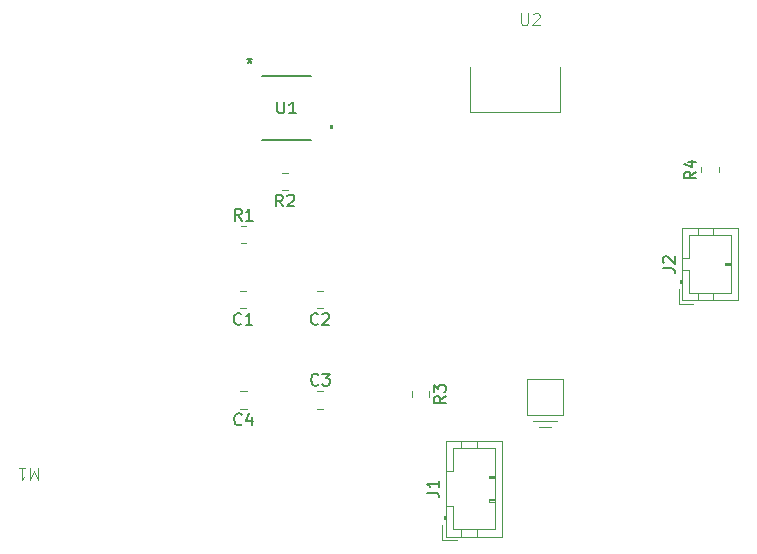
<source format=gbr>
%TF.GenerationSoftware,KiCad,Pcbnew,9.0.6*%
%TF.CreationDate,2026-02-28T12:54:14-08:00*%
%TF.ProjectId,display,64697370-6c61-4792-9e6b-696361645f70,rev?*%
%TF.SameCoordinates,Original*%
%TF.FileFunction,Legend,Top*%
%TF.FilePolarity,Positive*%
%FSLAX46Y46*%
G04 Gerber Fmt 4.6, Leading zero omitted, Abs format (unit mm)*
G04 Created by KiCad (PCBNEW 9.0.6) date 2026-02-28 12:54:14*
%MOMM*%
%LPD*%
G01*
G04 APERTURE LIST*
%ADD10C,0.100000*%
%ADD11C,0.150000*%
%ADD12C,0.000000*%
%ADD13C,0.152400*%
%ADD14C,0.120000*%
G04 APERTURE END LIST*
D10*
X144008095Y-75757419D02*
X144008095Y-76566942D01*
X144008095Y-76566942D02*
X144055714Y-76662180D01*
X144055714Y-76662180D02*
X144103333Y-76709800D01*
X144103333Y-76709800D02*
X144198571Y-76757419D01*
X144198571Y-76757419D02*
X144389047Y-76757419D01*
X144389047Y-76757419D02*
X144484285Y-76709800D01*
X144484285Y-76709800D02*
X144531904Y-76662180D01*
X144531904Y-76662180D02*
X144579523Y-76566942D01*
X144579523Y-76566942D02*
X144579523Y-75757419D01*
X145008095Y-75852657D02*
X145055714Y-75805038D01*
X145055714Y-75805038D02*
X145150952Y-75757419D01*
X145150952Y-75757419D02*
X145389047Y-75757419D01*
X145389047Y-75757419D02*
X145484285Y-75805038D01*
X145484285Y-75805038D02*
X145531904Y-75852657D01*
X145531904Y-75852657D02*
X145579523Y-75947895D01*
X145579523Y-75947895D02*
X145579523Y-76043133D01*
X145579523Y-76043133D02*
X145531904Y-76185990D01*
X145531904Y-76185990D02*
X144960476Y-76757419D01*
X144960476Y-76757419D02*
X145579523Y-76757419D01*
D11*
X123367895Y-83229818D02*
X123367895Y-84039341D01*
X123367895Y-84039341D02*
X123415514Y-84134579D01*
X123415514Y-84134579D02*
X123463133Y-84182199D01*
X123463133Y-84182199D02*
X123558371Y-84229818D01*
X123558371Y-84229818D02*
X123748847Y-84229818D01*
X123748847Y-84229818D02*
X123844085Y-84182199D01*
X123844085Y-84182199D02*
X123891704Y-84134579D01*
X123891704Y-84134579D02*
X123939323Y-84039341D01*
X123939323Y-84039341D02*
X123939323Y-83229818D01*
X124939323Y-84229818D02*
X124367895Y-84229818D01*
X124653609Y-84229818D02*
X124653609Y-83229818D01*
X124653609Y-83229818D02*
X124558371Y-83372675D01*
X124558371Y-83372675D02*
X124463133Y-83467913D01*
X124463133Y-83467913D02*
X124367895Y-83515532D01*
X121005600Y-79507017D02*
X121005600Y-79745112D01*
X120767505Y-79649874D02*
X121005600Y-79745112D01*
X121005600Y-79745112D02*
X121243695Y-79649874D01*
X120862743Y-79935588D02*
X121005600Y-79745112D01*
X121005600Y-79745112D02*
X121148457Y-79935588D01*
X121005600Y-79507017D02*
X121005600Y-79745112D01*
X120767505Y-79649874D02*
X121005600Y-79745112D01*
X121005600Y-79745112D02*
X121243695Y-79649874D01*
X120862743Y-79935588D02*
X121005600Y-79745112D01*
X121005600Y-79745112D02*
X121148457Y-79935588D01*
X158804819Y-89166666D02*
X158328628Y-89499999D01*
X158804819Y-89738094D02*
X157804819Y-89738094D01*
X157804819Y-89738094D02*
X157804819Y-89357142D01*
X157804819Y-89357142D02*
X157852438Y-89261904D01*
X157852438Y-89261904D02*
X157900057Y-89214285D01*
X157900057Y-89214285D02*
X157995295Y-89166666D01*
X157995295Y-89166666D02*
X158138152Y-89166666D01*
X158138152Y-89166666D02*
X158233390Y-89214285D01*
X158233390Y-89214285D02*
X158281009Y-89261904D01*
X158281009Y-89261904D02*
X158328628Y-89357142D01*
X158328628Y-89357142D02*
X158328628Y-89738094D01*
X158138152Y-88309523D02*
X158804819Y-88309523D01*
X157757200Y-88547618D02*
X158471485Y-88785713D01*
X158471485Y-88785713D02*
X158471485Y-88166666D01*
X137604819Y-108166666D02*
X137128628Y-108499999D01*
X137604819Y-108738094D02*
X136604819Y-108738094D01*
X136604819Y-108738094D02*
X136604819Y-108357142D01*
X136604819Y-108357142D02*
X136652438Y-108261904D01*
X136652438Y-108261904D02*
X136700057Y-108214285D01*
X136700057Y-108214285D02*
X136795295Y-108166666D01*
X136795295Y-108166666D02*
X136938152Y-108166666D01*
X136938152Y-108166666D02*
X137033390Y-108214285D01*
X137033390Y-108214285D02*
X137081009Y-108261904D01*
X137081009Y-108261904D02*
X137128628Y-108357142D01*
X137128628Y-108357142D02*
X137128628Y-108738094D01*
X136604819Y-107833332D02*
X136604819Y-107214285D01*
X136604819Y-107214285D02*
X136985771Y-107547618D01*
X136985771Y-107547618D02*
X136985771Y-107404761D01*
X136985771Y-107404761D02*
X137033390Y-107309523D01*
X137033390Y-107309523D02*
X137081009Y-107261904D01*
X137081009Y-107261904D02*
X137176247Y-107214285D01*
X137176247Y-107214285D02*
X137414342Y-107214285D01*
X137414342Y-107214285D02*
X137509580Y-107261904D01*
X137509580Y-107261904D02*
X137557200Y-107309523D01*
X137557200Y-107309523D02*
X137604819Y-107404761D01*
X137604819Y-107404761D02*
X137604819Y-107690475D01*
X137604819Y-107690475D02*
X137557200Y-107785713D01*
X137557200Y-107785713D02*
X137509580Y-107833332D01*
X123833333Y-92104819D02*
X123500000Y-91628628D01*
X123261905Y-92104819D02*
X123261905Y-91104819D01*
X123261905Y-91104819D02*
X123642857Y-91104819D01*
X123642857Y-91104819D02*
X123738095Y-91152438D01*
X123738095Y-91152438D02*
X123785714Y-91200057D01*
X123785714Y-91200057D02*
X123833333Y-91295295D01*
X123833333Y-91295295D02*
X123833333Y-91438152D01*
X123833333Y-91438152D02*
X123785714Y-91533390D01*
X123785714Y-91533390D02*
X123738095Y-91581009D01*
X123738095Y-91581009D02*
X123642857Y-91628628D01*
X123642857Y-91628628D02*
X123261905Y-91628628D01*
X124214286Y-91200057D02*
X124261905Y-91152438D01*
X124261905Y-91152438D02*
X124357143Y-91104819D01*
X124357143Y-91104819D02*
X124595238Y-91104819D01*
X124595238Y-91104819D02*
X124690476Y-91152438D01*
X124690476Y-91152438D02*
X124738095Y-91200057D01*
X124738095Y-91200057D02*
X124785714Y-91295295D01*
X124785714Y-91295295D02*
X124785714Y-91390533D01*
X124785714Y-91390533D02*
X124738095Y-91533390D01*
X124738095Y-91533390D02*
X124166667Y-92104819D01*
X124166667Y-92104819D02*
X124785714Y-92104819D01*
X120333333Y-93304819D02*
X120000000Y-92828628D01*
X119761905Y-93304819D02*
X119761905Y-92304819D01*
X119761905Y-92304819D02*
X120142857Y-92304819D01*
X120142857Y-92304819D02*
X120238095Y-92352438D01*
X120238095Y-92352438D02*
X120285714Y-92400057D01*
X120285714Y-92400057D02*
X120333333Y-92495295D01*
X120333333Y-92495295D02*
X120333333Y-92638152D01*
X120333333Y-92638152D02*
X120285714Y-92733390D01*
X120285714Y-92733390D02*
X120238095Y-92781009D01*
X120238095Y-92781009D02*
X120142857Y-92828628D01*
X120142857Y-92828628D02*
X119761905Y-92828628D01*
X121285714Y-93304819D02*
X120714286Y-93304819D01*
X121000000Y-93304819D02*
X121000000Y-92304819D01*
X121000000Y-92304819D02*
X120904762Y-92447676D01*
X120904762Y-92447676D02*
X120809524Y-92542914D01*
X120809524Y-92542914D02*
X120714286Y-92590533D01*
D10*
X103119523Y-114252580D02*
X103119523Y-115252580D01*
X103119523Y-115252580D02*
X102786190Y-114538295D01*
X102786190Y-114538295D02*
X102452857Y-115252580D01*
X102452857Y-115252580D02*
X102452857Y-114252580D01*
X101452857Y-114252580D02*
X102024285Y-114252580D01*
X101738571Y-114252580D02*
X101738571Y-115252580D01*
X101738571Y-115252580D02*
X101833809Y-115109723D01*
X101833809Y-115109723D02*
X101929047Y-115014485D01*
X101929047Y-115014485D02*
X102024285Y-114966866D01*
D11*
X156004819Y-97333333D02*
X156719104Y-97333333D01*
X156719104Y-97333333D02*
X156861961Y-97380952D01*
X156861961Y-97380952D02*
X156957200Y-97476190D01*
X156957200Y-97476190D02*
X157004819Y-97619047D01*
X157004819Y-97619047D02*
X157004819Y-97714285D01*
X156100057Y-96904761D02*
X156052438Y-96857142D01*
X156052438Y-96857142D02*
X156004819Y-96761904D01*
X156004819Y-96761904D02*
X156004819Y-96523809D01*
X156004819Y-96523809D02*
X156052438Y-96428571D01*
X156052438Y-96428571D02*
X156100057Y-96380952D01*
X156100057Y-96380952D02*
X156195295Y-96333333D01*
X156195295Y-96333333D02*
X156290533Y-96333333D01*
X156290533Y-96333333D02*
X156433390Y-96380952D01*
X156433390Y-96380952D02*
X157004819Y-96952380D01*
X157004819Y-96952380D02*
X157004819Y-96333333D01*
X136004819Y-116333333D02*
X136719104Y-116333333D01*
X136719104Y-116333333D02*
X136861961Y-116380952D01*
X136861961Y-116380952D02*
X136957200Y-116476190D01*
X136957200Y-116476190D02*
X137004819Y-116619047D01*
X137004819Y-116619047D02*
X137004819Y-116714285D01*
X137004819Y-115333333D02*
X137004819Y-115904761D01*
X137004819Y-115619047D02*
X136004819Y-115619047D01*
X136004819Y-115619047D02*
X136147676Y-115714285D01*
X136147676Y-115714285D02*
X136242914Y-115809523D01*
X136242914Y-115809523D02*
X136290533Y-115904761D01*
X120333333Y-110539580D02*
X120285714Y-110587200D01*
X120285714Y-110587200D02*
X120142857Y-110634819D01*
X120142857Y-110634819D02*
X120047619Y-110634819D01*
X120047619Y-110634819D02*
X119904762Y-110587200D01*
X119904762Y-110587200D02*
X119809524Y-110491961D01*
X119809524Y-110491961D02*
X119761905Y-110396723D01*
X119761905Y-110396723D02*
X119714286Y-110206247D01*
X119714286Y-110206247D02*
X119714286Y-110063390D01*
X119714286Y-110063390D02*
X119761905Y-109872914D01*
X119761905Y-109872914D02*
X119809524Y-109777676D01*
X119809524Y-109777676D02*
X119904762Y-109682438D01*
X119904762Y-109682438D02*
X120047619Y-109634819D01*
X120047619Y-109634819D02*
X120142857Y-109634819D01*
X120142857Y-109634819D02*
X120285714Y-109682438D01*
X120285714Y-109682438D02*
X120333333Y-109730057D01*
X121190476Y-109968152D02*
X121190476Y-110634819D01*
X120952381Y-109587200D02*
X120714286Y-110301485D01*
X120714286Y-110301485D02*
X121333333Y-110301485D01*
X126833333Y-107179580D02*
X126785714Y-107227200D01*
X126785714Y-107227200D02*
X126642857Y-107274819D01*
X126642857Y-107274819D02*
X126547619Y-107274819D01*
X126547619Y-107274819D02*
X126404762Y-107227200D01*
X126404762Y-107227200D02*
X126309524Y-107131961D01*
X126309524Y-107131961D02*
X126261905Y-107036723D01*
X126261905Y-107036723D02*
X126214286Y-106846247D01*
X126214286Y-106846247D02*
X126214286Y-106703390D01*
X126214286Y-106703390D02*
X126261905Y-106512914D01*
X126261905Y-106512914D02*
X126309524Y-106417676D01*
X126309524Y-106417676D02*
X126404762Y-106322438D01*
X126404762Y-106322438D02*
X126547619Y-106274819D01*
X126547619Y-106274819D02*
X126642857Y-106274819D01*
X126642857Y-106274819D02*
X126785714Y-106322438D01*
X126785714Y-106322438D02*
X126833333Y-106370057D01*
X127166667Y-106274819D02*
X127785714Y-106274819D01*
X127785714Y-106274819D02*
X127452381Y-106655771D01*
X127452381Y-106655771D02*
X127595238Y-106655771D01*
X127595238Y-106655771D02*
X127690476Y-106703390D01*
X127690476Y-106703390D02*
X127738095Y-106751009D01*
X127738095Y-106751009D02*
X127785714Y-106846247D01*
X127785714Y-106846247D02*
X127785714Y-107084342D01*
X127785714Y-107084342D02*
X127738095Y-107179580D01*
X127738095Y-107179580D02*
X127690476Y-107227200D01*
X127690476Y-107227200D02*
X127595238Y-107274819D01*
X127595238Y-107274819D02*
X127309524Y-107274819D01*
X127309524Y-107274819D02*
X127214286Y-107227200D01*
X127214286Y-107227200D02*
X127166667Y-107179580D01*
X126795833Y-102039580D02*
X126748214Y-102087200D01*
X126748214Y-102087200D02*
X126605357Y-102134819D01*
X126605357Y-102134819D02*
X126510119Y-102134819D01*
X126510119Y-102134819D02*
X126367262Y-102087200D01*
X126367262Y-102087200D02*
X126272024Y-101991961D01*
X126272024Y-101991961D02*
X126224405Y-101896723D01*
X126224405Y-101896723D02*
X126176786Y-101706247D01*
X126176786Y-101706247D02*
X126176786Y-101563390D01*
X126176786Y-101563390D02*
X126224405Y-101372914D01*
X126224405Y-101372914D02*
X126272024Y-101277676D01*
X126272024Y-101277676D02*
X126367262Y-101182438D01*
X126367262Y-101182438D02*
X126510119Y-101134819D01*
X126510119Y-101134819D02*
X126605357Y-101134819D01*
X126605357Y-101134819D02*
X126748214Y-101182438D01*
X126748214Y-101182438D02*
X126795833Y-101230057D01*
X127176786Y-101230057D02*
X127224405Y-101182438D01*
X127224405Y-101182438D02*
X127319643Y-101134819D01*
X127319643Y-101134819D02*
X127557738Y-101134819D01*
X127557738Y-101134819D02*
X127652976Y-101182438D01*
X127652976Y-101182438D02*
X127700595Y-101230057D01*
X127700595Y-101230057D02*
X127748214Y-101325295D01*
X127748214Y-101325295D02*
X127748214Y-101420533D01*
X127748214Y-101420533D02*
X127700595Y-101563390D01*
X127700595Y-101563390D02*
X127129167Y-102134819D01*
X127129167Y-102134819D02*
X127748214Y-102134819D01*
X120295833Y-102039580D02*
X120248214Y-102087200D01*
X120248214Y-102087200D02*
X120105357Y-102134819D01*
X120105357Y-102134819D02*
X120010119Y-102134819D01*
X120010119Y-102134819D02*
X119867262Y-102087200D01*
X119867262Y-102087200D02*
X119772024Y-101991961D01*
X119772024Y-101991961D02*
X119724405Y-101896723D01*
X119724405Y-101896723D02*
X119676786Y-101706247D01*
X119676786Y-101706247D02*
X119676786Y-101563390D01*
X119676786Y-101563390D02*
X119724405Y-101372914D01*
X119724405Y-101372914D02*
X119772024Y-101277676D01*
X119772024Y-101277676D02*
X119867262Y-101182438D01*
X119867262Y-101182438D02*
X120010119Y-101134819D01*
X120010119Y-101134819D02*
X120105357Y-101134819D01*
X120105357Y-101134819D02*
X120248214Y-101182438D01*
X120248214Y-101182438D02*
X120295833Y-101230057D01*
X121248214Y-102134819D02*
X120676786Y-102134819D01*
X120962500Y-102134819D02*
X120962500Y-101134819D01*
X120962500Y-101134819D02*
X120867262Y-101277676D01*
X120867262Y-101277676D02*
X120772024Y-101372914D01*
X120772024Y-101372914D02*
X120676786Y-101420533D01*
D10*
%TO.C,U2*%
X139690000Y-80340000D02*
X139690000Y-84150000D01*
X139690000Y-84150000D02*
X147310000Y-84150000D01*
X144516000Y-106756000D02*
X147564000Y-106756000D01*
X144516000Y-109804000D02*
X144516000Y-106756000D01*
X145024000Y-110312000D02*
X147056000Y-110312000D01*
X145532000Y-110820000D02*
X146548000Y-110820000D01*
X147310000Y-84150000D02*
X147310000Y-80340000D01*
X147564000Y-106756000D02*
X147564000Y-109804000D01*
X147564000Y-109804000D02*
X144516000Y-109804000D01*
D12*
%TO.C,U1*%
G36*
X128092200Y-85590500D02*
G01*
X127838200Y-85590500D01*
X127838200Y-85209500D01*
X128092200Y-85209500D01*
X128092200Y-85590500D01*
G37*
D13*
X122060734Y-86454699D02*
X126198866Y-86454699D01*
X126198866Y-81095299D02*
X122060734Y-81095299D01*
D14*
%TO.C,R4*%
X159265000Y-89227064D02*
X159265000Y-88772936D01*
X160735000Y-89227064D02*
X160735000Y-88772936D01*
%TO.C,R3*%
X136235000Y-107772936D02*
X136235000Y-108227064D01*
X134765000Y-107772936D02*
X134765000Y-108227064D01*
%TO.C,R2*%
X124227064Y-90735000D02*
X123772936Y-90735000D01*
X124227064Y-89265000D02*
X123772936Y-89265000D01*
%TO.C,R1*%
X120272936Y-93765000D02*
X120727064Y-93765000D01*
X120272936Y-95235000D02*
X120727064Y-95235000D01*
%TO.C,J2*%
X157340000Y-100360000D02*
X158590000Y-100360000D01*
X157640000Y-100060000D02*
X162360000Y-100060000D01*
X158950000Y-100060000D02*
X158950000Y-99450000D01*
X160250000Y-100060000D02*
X160250000Y-99450000D01*
X162360000Y-100060000D02*
X162360000Y-93940000D01*
X158250000Y-99450000D02*
X161750000Y-99450000D01*
X161750000Y-99450000D02*
X161750000Y-94550000D01*
X157340000Y-99110000D02*
X157340000Y-100360000D01*
X157440000Y-98600000D02*
X157640000Y-98600000D01*
X157440000Y-98300000D02*
X157440000Y-98600000D01*
X157540000Y-98300000D02*
X157540000Y-98600000D01*
X157640000Y-98300000D02*
X157440000Y-98300000D01*
X157640000Y-97500000D02*
X158250000Y-97500000D01*
X158250000Y-97500000D02*
X158250000Y-99450000D01*
X161250000Y-97100000D02*
X161250000Y-96900000D01*
X161750000Y-97100000D02*
X161250000Y-97100000D01*
X161750000Y-97000000D02*
X161250000Y-97000000D01*
X161250000Y-96900000D02*
X161750000Y-96900000D01*
X158250000Y-96500000D02*
X157640000Y-96500000D01*
X158250000Y-94550000D02*
X158250000Y-96500000D01*
X161750000Y-94550000D02*
X158250000Y-94550000D01*
X157640000Y-93940000D02*
X157640000Y-100060000D01*
X158950000Y-93940000D02*
X158950000Y-94550000D01*
X160250000Y-93940000D02*
X160250000Y-94550000D01*
X162360000Y-93940000D02*
X157640000Y-93940000D01*
%TO.C,J1*%
X137340000Y-120360000D02*
X138590000Y-120360000D01*
X137640000Y-120060000D02*
X142360000Y-120060000D01*
X138950000Y-120060000D02*
X138950000Y-119450000D01*
X140250000Y-120060000D02*
X140250000Y-119450000D01*
X142360000Y-120060000D02*
X142360000Y-111940000D01*
X138250000Y-119450000D02*
X141750000Y-119450000D01*
X141750000Y-119450000D02*
X141750000Y-112550000D01*
X137340000Y-119110000D02*
X137340000Y-120360000D01*
X137440000Y-118600000D02*
X137640000Y-118600000D01*
X137440000Y-118300000D02*
X137440000Y-118600000D01*
X137540000Y-118300000D02*
X137540000Y-118600000D01*
X137640000Y-118300000D02*
X137440000Y-118300000D01*
X137640000Y-117500000D02*
X138250000Y-117500000D01*
X138250000Y-117500000D02*
X138250000Y-119450000D01*
X141250000Y-117100000D02*
X141250000Y-116900000D01*
X141750000Y-117100000D02*
X141250000Y-117100000D01*
X141750000Y-117000000D02*
X141250000Y-117000000D01*
X141250000Y-116900000D02*
X141750000Y-116900000D01*
X141250000Y-115100000D02*
X141250000Y-114900000D01*
X141750000Y-115100000D02*
X141250000Y-115100000D01*
X141750000Y-115000000D02*
X141250000Y-115000000D01*
X141250000Y-114900000D02*
X141750000Y-114900000D01*
X138250000Y-114500000D02*
X137640000Y-114500000D01*
X138250000Y-112550000D02*
X138250000Y-114500000D01*
X141750000Y-112550000D02*
X138250000Y-112550000D01*
X137640000Y-111940000D02*
X137640000Y-120060000D01*
X138950000Y-111940000D02*
X138950000Y-112550000D01*
X140250000Y-111940000D02*
X140250000Y-112550000D01*
X142360000Y-111940000D02*
X137640000Y-111940000D01*
%TO.C,C4*%
X120761252Y-109235000D02*
X120238748Y-109235000D01*
X120761252Y-107765000D02*
X120238748Y-107765000D01*
%TO.C,C3*%
X126738748Y-107765000D02*
X127261252Y-107765000D01*
X126738748Y-109235000D02*
X127261252Y-109235000D01*
%TO.C,C2*%
X127223752Y-100735000D02*
X126701248Y-100735000D01*
X127223752Y-99265000D02*
X126701248Y-99265000D01*
%TO.C,C1*%
X120723752Y-100735000D02*
X120201248Y-100735000D01*
X120723752Y-99265000D02*
X120201248Y-99265000D01*
%TD*%
M02*

</source>
